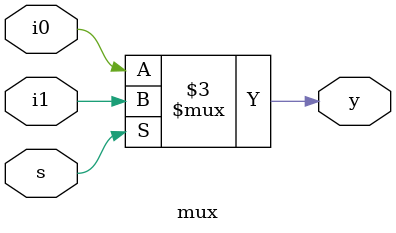
<source format=v>
`timescale 1ns / 1ps

module mux(i0,i1,s,y);
input i0,i1,s;
output reg y;
always @(*) begin
	if(s) 
		y<=i1; 
	else
		y<=i0;
end
endmodule

</source>
